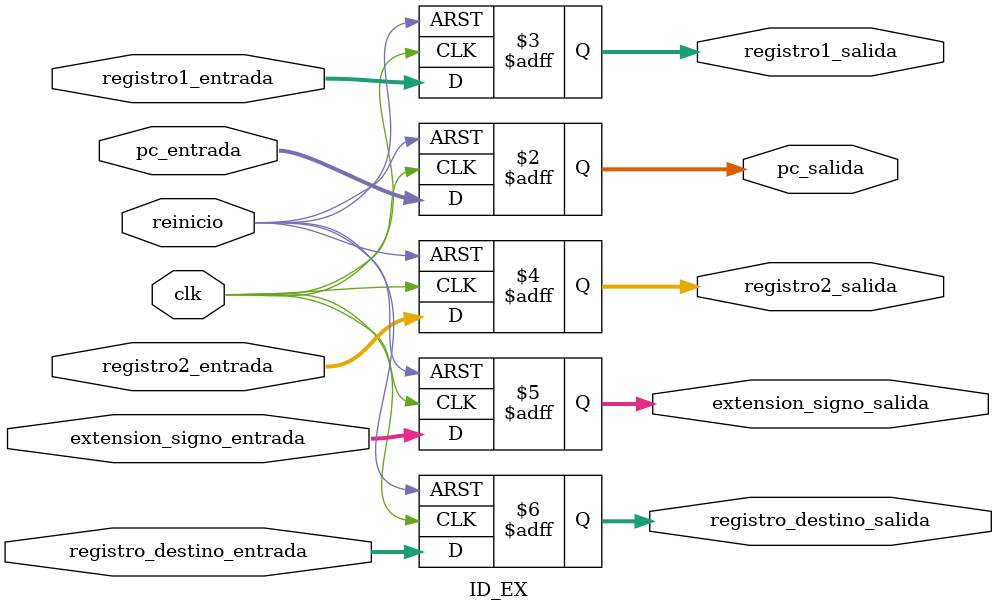
<source format=v>
module ID_EX(
    input wire clk,
    input wire reinicio,
    input wire [31:0] pc_entrada,             
    input wire [31:0] registro1_entrada,       
    input wire [31:0] registro2_entrada,       
    input wire [31:0] extension_signo_entrada, 
    input wire [4:0] registro_destino_entrada, 
    output reg [31:0] pc_salida,
    output reg [31:0] registro1_salida,
    output reg [31:0] registro2_salida,
    output reg [31:0] extension_signo_salida,
    output reg [4:0] registro_destino_salida
);
    always @(posedge clk or posedge reinicio) begin
        if (reinicio) begin
            pc_salida <= 0;
            registro1_salida <= 0;
            registro2_salida <= 0;
            extension_signo_salida <= 0;
            registro_destino_salida <= 0;
        end else begin
            pc_salida <= pc_entrada;
            registro1_salida <= registro1_entrada;
            registro2_salida <= registro2_entrada;
            extension_signo_salida <= extension_signo_entrada;
            registro_destino_salida <= registro_destino_entrada;
        end
    end
endmodule


</source>
